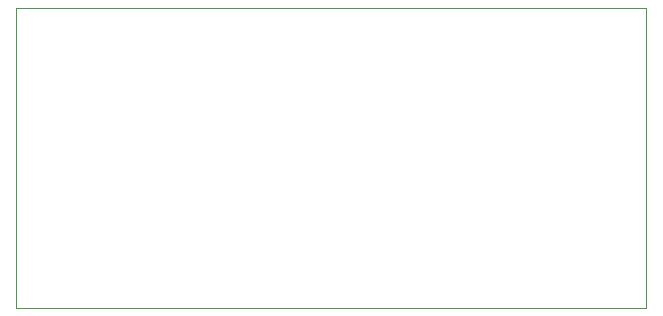
<source format=gbr>
%TF.GenerationSoftware,KiCad,Pcbnew,6.0.11-2627ca5db0~126~ubuntu22.04.1*%
%TF.CreationDate,2023-08-06T20:15:41-06:00*%
%TF.ProjectId,LED-Bank,4c45442d-4261-46e6-9b2e-6b696361645f,rev?*%
%TF.SameCoordinates,Original*%
%TF.FileFunction,Profile,NP*%
%FSLAX46Y46*%
G04 Gerber Fmt 4.6, Leading zero omitted, Abs format (unit mm)*
G04 Created by KiCad (PCBNEW 6.0.11-2627ca5db0~126~ubuntu22.04.1) date 2023-08-06 20:15:41*
%MOMM*%
%LPD*%
G01*
G04 APERTURE LIST*
%TA.AperFunction,Profile*%
%ADD10C,0.100000*%
%TD*%
G04 APERTURE END LIST*
D10*
X149722430Y-129826618D02*
X203062430Y-129826618D01*
X203062430Y-129826618D02*
X203062430Y-104426618D01*
X203062430Y-104426618D02*
X149722430Y-104426618D01*
X149722430Y-104426618D02*
X149722430Y-129826618D01*
M02*

</source>
